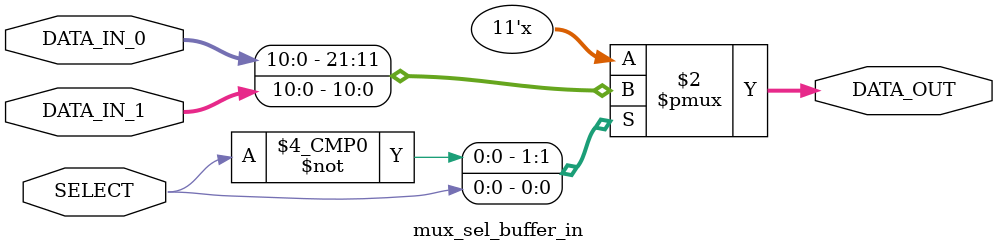
<source format=v>
/*-----------------------------------------------------------------------------------
* File: mux_sel_buffer_in.v
* Date generated: 25/03/2023
* Date modified: 10/05/2023
* Author: Bruna Suemi Nagai
* Description: Selects between interpolation output (0) or external integer samples (1).
*----------------------------------------------------------------------------------- */

module mux_sel_buffer_in (
  input signed [10:0] DATA_IN_0,
  input signed [10:0] DATA_IN_1,
  input [0:0] SELECT,
  output reg signed [10:0] DATA_OUT
);
    

// ------------------------------------------
// Sequential logic
// ------------------------------------------
always @ (SELECT or DATA_IN_0 or DATA_IN_1)
  case (SELECT)
	1'b0: DATA_OUT = DATA_IN_0;
	1'b1: DATA_OUT = DATA_IN_1;
  endcase

endmodule // mux_sel_buffer_in
    
</source>
